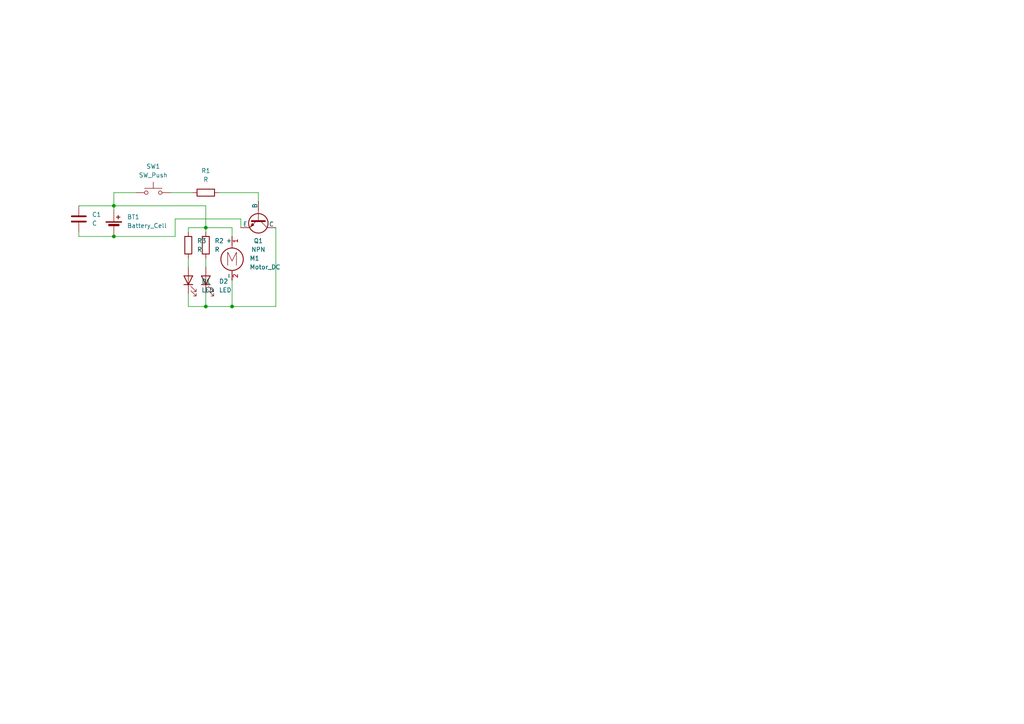
<source format=kicad_sch>
(kicad_sch
	(version 20250114)
	(generator "eeschema")
	(generator_version "9.0")
	(uuid "f8ffc6c6-2ea5-451f-ab89-7de399dc1d6c")
	(paper "A4")
	(lib_symbols
		(symbol "Device:Battery_Cell"
			(pin_numbers
				(hide yes)
			)
			(pin_names
				(offset 0)
				(hide yes)
			)
			(exclude_from_sim no)
			(in_bom yes)
			(on_board yes)
			(property "Reference" "BT"
				(at 2.54 2.54 0)
				(effects
					(font
						(size 1.27 1.27)
					)
					(justify left)
				)
			)
			(property "Value" "Battery_Cell"
				(at 2.54 0 0)
				(effects
					(font
						(size 1.27 1.27)
					)
					(justify left)
				)
			)
			(property "Footprint" ""
				(at 0 1.524 90)
				(effects
					(font
						(size 1.27 1.27)
					)
					(hide yes)
				)
			)
			(property "Datasheet" "~"
				(at 0 1.524 90)
				(effects
					(font
						(size 1.27 1.27)
					)
					(hide yes)
				)
			)
			(property "Description" "Single-cell battery"
				(at 0 0 0)
				(effects
					(font
						(size 1.27 1.27)
					)
					(hide yes)
				)
			)
			(property "ki_keywords" "battery cell"
				(at 0 0 0)
				(effects
					(font
						(size 1.27 1.27)
					)
					(hide yes)
				)
			)
			(symbol "Battery_Cell_0_1"
				(rectangle
					(start -2.286 1.778)
					(end 2.286 1.524)
					(stroke
						(width 0)
						(type default)
					)
					(fill
						(type outline)
					)
				)
				(rectangle
					(start -1.524 1.016)
					(end 1.524 0.508)
					(stroke
						(width 0)
						(type default)
					)
					(fill
						(type outline)
					)
				)
				(polyline
					(pts
						(xy 0 1.778) (xy 0 2.54)
					)
					(stroke
						(width 0)
						(type default)
					)
					(fill
						(type none)
					)
				)
				(polyline
					(pts
						(xy 0 0.762) (xy 0 0)
					)
					(stroke
						(width 0)
						(type default)
					)
					(fill
						(type none)
					)
				)
				(polyline
					(pts
						(xy 0.762 3.048) (xy 1.778 3.048)
					)
					(stroke
						(width 0.254)
						(type default)
					)
					(fill
						(type none)
					)
				)
				(polyline
					(pts
						(xy 1.27 3.556) (xy 1.27 2.54)
					)
					(stroke
						(width 0.254)
						(type default)
					)
					(fill
						(type none)
					)
				)
			)
			(symbol "Battery_Cell_1_1"
				(pin passive line
					(at 0 5.08 270)
					(length 2.54)
					(name "+"
						(effects
							(font
								(size 1.27 1.27)
							)
						)
					)
					(number "1"
						(effects
							(font
								(size 1.27 1.27)
							)
						)
					)
				)
				(pin passive line
					(at 0 -2.54 90)
					(length 2.54)
					(name "-"
						(effects
							(font
								(size 1.27 1.27)
							)
						)
					)
					(number "2"
						(effects
							(font
								(size 1.27 1.27)
							)
						)
					)
				)
			)
			(embedded_fonts no)
		)
		(symbol "Device:C"
			(pin_numbers
				(hide yes)
			)
			(pin_names
				(offset 0.254)
			)
			(exclude_from_sim no)
			(in_bom yes)
			(on_board yes)
			(property "Reference" "C"
				(at 0.635 2.54 0)
				(effects
					(font
						(size 1.27 1.27)
					)
					(justify left)
				)
			)
			(property "Value" "C"
				(at 0.635 -2.54 0)
				(effects
					(font
						(size 1.27 1.27)
					)
					(justify left)
				)
			)
			(property "Footprint" ""
				(at 0.9652 -3.81 0)
				(effects
					(font
						(size 1.27 1.27)
					)
					(hide yes)
				)
			)
			(property "Datasheet" "~"
				(at 0 0 0)
				(effects
					(font
						(size 1.27 1.27)
					)
					(hide yes)
				)
			)
			(property "Description" "Unpolarized capacitor"
				(at 0 0 0)
				(effects
					(font
						(size 1.27 1.27)
					)
					(hide yes)
				)
			)
			(property "ki_keywords" "cap capacitor"
				(at 0 0 0)
				(effects
					(font
						(size 1.27 1.27)
					)
					(hide yes)
				)
			)
			(property "ki_fp_filters" "C_*"
				(at 0 0 0)
				(effects
					(font
						(size 1.27 1.27)
					)
					(hide yes)
				)
			)
			(symbol "C_0_1"
				(polyline
					(pts
						(xy -2.032 0.762) (xy 2.032 0.762)
					)
					(stroke
						(width 0.508)
						(type default)
					)
					(fill
						(type none)
					)
				)
				(polyline
					(pts
						(xy -2.032 -0.762) (xy 2.032 -0.762)
					)
					(stroke
						(width 0.508)
						(type default)
					)
					(fill
						(type none)
					)
				)
			)
			(symbol "C_1_1"
				(pin passive line
					(at 0 3.81 270)
					(length 2.794)
					(name "~"
						(effects
							(font
								(size 1.27 1.27)
							)
						)
					)
					(number "1"
						(effects
							(font
								(size 1.27 1.27)
							)
						)
					)
				)
				(pin passive line
					(at 0 -3.81 90)
					(length 2.794)
					(name "~"
						(effects
							(font
								(size 1.27 1.27)
							)
						)
					)
					(number "2"
						(effects
							(font
								(size 1.27 1.27)
							)
						)
					)
				)
			)
			(embedded_fonts no)
		)
		(symbol "Device:LED"
			(pin_numbers
				(hide yes)
			)
			(pin_names
				(offset 1.016)
				(hide yes)
			)
			(exclude_from_sim no)
			(in_bom yes)
			(on_board yes)
			(property "Reference" "D"
				(at 0 2.54 0)
				(effects
					(font
						(size 1.27 1.27)
					)
				)
			)
			(property "Value" "LED"
				(at 0 -2.54 0)
				(effects
					(font
						(size 1.27 1.27)
					)
				)
			)
			(property "Footprint" ""
				(at 0 0 0)
				(effects
					(font
						(size 1.27 1.27)
					)
					(hide yes)
				)
			)
			(property "Datasheet" "~"
				(at 0 0 0)
				(effects
					(font
						(size 1.27 1.27)
					)
					(hide yes)
				)
			)
			(property "Description" "Light emitting diode"
				(at 0 0 0)
				(effects
					(font
						(size 1.27 1.27)
					)
					(hide yes)
				)
			)
			(property "Sim.Pins" "1=K 2=A"
				(at 0 0 0)
				(effects
					(font
						(size 1.27 1.27)
					)
					(hide yes)
				)
			)
			(property "ki_keywords" "LED diode"
				(at 0 0 0)
				(effects
					(font
						(size 1.27 1.27)
					)
					(hide yes)
				)
			)
			(property "ki_fp_filters" "LED* LED_SMD:* LED_THT:*"
				(at 0 0 0)
				(effects
					(font
						(size 1.27 1.27)
					)
					(hide yes)
				)
			)
			(symbol "LED_0_1"
				(polyline
					(pts
						(xy -3.048 -0.762) (xy -4.572 -2.286) (xy -3.81 -2.286) (xy -4.572 -2.286) (xy -4.572 -1.524)
					)
					(stroke
						(width 0)
						(type default)
					)
					(fill
						(type none)
					)
				)
				(polyline
					(pts
						(xy -1.778 -0.762) (xy -3.302 -2.286) (xy -2.54 -2.286) (xy -3.302 -2.286) (xy -3.302 -1.524)
					)
					(stroke
						(width 0)
						(type default)
					)
					(fill
						(type none)
					)
				)
				(polyline
					(pts
						(xy -1.27 0) (xy 1.27 0)
					)
					(stroke
						(width 0)
						(type default)
					)
					(fill
						(type none)
					)
				)
				(polyline
					(pts
						(xy -1.27 -1.27) (xy -1.27 1.27)
					)
					(stroke
						(width 0.254)
						(type default)
					)
					(fill
						(type none)
					)
				)
				(polyline
					(pts
						(xy 1.27 -1.27) (xy 1.27 1.27) (xy -1.27 0) (xy 1.27 -1.27)
					)
					(stroke
						(width 0.254)
						(type default)
					)
					(fill
						(type none)
					)
				)
			)
			(symbol "LED_1_1"
				(pin passive line
					(at -3.81 0 0)
					(length 2.54)
					(name "K"
						(effects
							(font
								(size 1.27 1.27)
							)
						)
					)
					(number "1"
						(effects
							(font
								(size 1.27 1.27)
							)
						)
					)
				)
				(pin passive line
					(at 3.81 0 180)
					(length 2.54)
					(name "A"
						(effects
							(font
								(size 1.27 1.27)
							)
						)
					)
					(number "2"
						(effects
							(font
								(size 1.27 1.27)
							)
						)
					)
				)
			)
			(embedded_fonts no)
		)
		(symbol "Device:R"
			(pin_numbers
				(hide yes)
			)
			(pin_names
				(offset 0)
			)
			(exclude_from_sim no)
			(in_bom yes)
			(on_board yes)
			(property "Reference" "R"
				(at 2.032 0 90)
				(effects
					(font
						(size 1.27 1.27)
					)
				)
			)
			(property "Value" "R"
				(at 0 0 90)
				(effects
					(font
						(size 1.27 1.27)
					)
				)
			)
			(property "Footprint" ""
				(at -1.778 0 90)
				(effects
					(font
						(size 1.27 1.27)
					)
					(hide yes)
				)
			)
			(property "Datasheet" "~"
				(at 0 0 0)
				(effects
					(font
						(size 1.27 1.27)
					)
					(hide yes)
				)
			)
			(property "Description" "Resistor"
				(at 0 0 0)
				(effects
					(font
						(size 1.27 1.27)
					)
					(hide yes)
				)
			)
			(property "ki_keywords" "R res resistor"
				(at 0 0 0)
				(effects
					(font
						(size 1.27 1.27)
					)
					(hide yes)
				)
			)
			(property "ki_fp_filters" "R_*"
				(at 0 0 0)
				(effects
					(font
						(size 1.27 1.27)
					)
					(hide yes)
				)
			)
			(symbol "R_0_1"
				(rectangle
					(start -1.016 -2.54)
					(end 1.016 2.54)
					(stroke
						(width 0.254)
						(type default)
					)
					(fill
						(type none)
					)
				)
			)
			(symbol "R_1_1"
				(pin passive line
					(at 0 3.81 270)
					(length 1.27)
					(name "~"
						(effects
							(font
								(size 1.27 1.27)
							)
						)
					)
					(number "1"
						(effects
							(font
								(size 1.27 1.27)
							)
						)
					)
				)
				(pin passive line
					(at 0 -3.81 90)
					(length 1.27)
					(name "~"
						(effects
							(font
								(size 1.27 1.27)
							)
						)
					)
					(number "2"
						(effects
							(font
								(size 1.27 1.27)
							)
						)
					)
				)
			)
			(embedded_fonts no)
		)
		(symbol "Motor:Motor_DC"
			(pin_names
				(offset 0)
			)
			(exclude_from_sim no)
			(in_bom yes)
			(on_board yes)
			(property "Reference" "M"
				(at 2.54 2.54 0)
				(effects
					(font
						(size 1.27 1.27)
					)
					(justify left)
				)
			)
			(property "Value" "Motor_DC"
				(at 2.54 -5.08 0)
				(effects
					(font
						(size 1.27 1.27)
					)
					(justify left top)
				)
			)
			(property "Footprint" ""
				(at 0 -2.286 0)
				(effects
					(font
						(size 1.27 1.27)
					)
					(hide yes)
				)
			)
			(property "Datasheet" "~"
				(at 0 -2.286 0)
				(effects
					(font
						(size 1.27 1.27)
					)
					(hide yes)
				)
			)
			(property "Description" "DC Motor"
				(at 0 0 0)
				(effects
					(font
						(size 1.27 1.27)
					)
					(hide yes)
				)
			)
			(property "ki_keywords" "DC Motor"
				(at 0 0 0)
				(effects
					(font
						(size 1.27 1.27)
					)
					(hide yes)
				)
			)
			(property "ki_fp_filters" "PinHeader*P2.54mm* TerminalBlock*"
				(at 0 0 0)
				(effects
					(font
						(size 1.27 1.27)
					)
					(hide yes)
				)
			)
			(symbol "Motor_DC_0_0"
				(polyline
					(pts
						(xy -1.27 -3.302) (xy -1.27 0.508) (xy 0 -2.032) (xy 1.27 0.508) (xy 1.27 -3.302)
					)
					(stroke
						(width 0)
						(type default)
					)
					(fill
						(type none)
					)
				)
			)
			(symbol "Motor_DC_0_1"
				(polyline
					(pts
						(xy 0 2.032) (xy 0 2.54)
					)
					(stroke
						(width 0)
						(type default)
					)
					(fill
						(type none)
					)
				)
				(polyline
					(pts
						(xy 0 1.7272) (xy 0 2.0828)
					)
					(stroke
						(width 0)
						(type default)
					)
					(fill
						(type none)
					)
				)
				(circle
					(center 0 -1.524)
					(radius 3.2512)
					(stroke
						(width 0.254)
						(type default)
					)
					(fill
						(type none)
					)
				)
				(polyline
					(pts
						(xy 0 -4.7752) (xy 0 -5.1816)
					)
					(stroke
						(width 0)
						(type default)
					)
					(fill
						(type none)
					)
				)
				(polyline
					(pts
						(xy 0 -7.62) (xy 0 -7.112)
					)
					(stroke
						(width 0)
						(type default)
					)
					(fill
						(type none)
					)
				)
			)
			(symbol "Motor_DC_1_1"
				(pin passive line
					(at 0 5.08 270)
					(length 2.54)
					(name "+"
						(effects
							(font
								(size 1.27 1.27)
							)
						)
					)
					(number "1"
						(effects
							(font
								(size 1.27 1.27)
							)
						)
					)
				)
				(pin passive line
					(at 0 -7.62 90)
					(length 2.54)
					(name "-"
						(effects
							(font
								(size 1.27 1.27)
							)
						)
					)
					(number "2"
						(effects
							(font
								(size 1.27 1.27)
							)
						)
					)
				)
			)
			(embedded_fonts no)
		)
		(symbol "Simulation_SPICE:NPN"
			(pin_numbers
				(hide yes)
			)
			(pin_names
				(offset 0)
			)
			(exclude_from_sim no)
			(in_bom yes)
			(on_board yes)
			(property "Reference" "Q"
				(at -2.54 7.62 0)
				(effects
					(font
						(size 1.27 1.27)
					)
				)
			)
			(property "Value" "NPN"
				(at -2.54 5.08 0)
				(effects
					(font
						(size 1.27 1.27)
					)
				)
			)
			(property "Footprint" ""
				(at 63.5 0 0)
				(effects
					(font
						(size 1.27 1.27)
					)
					(hide yes)
				)
			)
			(property "Datasheet" "https://ngspice.sourceforge.io/docs/ngspice-html-manual/manual.xhtml#cha_BJTs"
				(at 63.5 0 0)
				(effects
					(font
						(size 1.27 1.27)
					)
					(hide yes)
				)
			)
			(property "Description" "Bipolar transistor symbol for simulation only, substrate tied to the emitter"
				(at 0 0 0)
				(effects
					(font
						(size 1.27 1.27)
					)
					(hide yes)
				)
			)
			(property "Sim.Device" "NPN"
				(at 0 0 0)
				(effects
					(font
						(size 1.27 1.27)
					)
					(hide yes)
				)
			)
			(property "Sim.Type" "GUMMELPOON"
				(at 0 0 0)
				(effects
					(font
						(size 1.27 1.27)
					)
					(hide yes)
				)
			)
			(property "Sim.Pins" "1=C 2=B 3=E"
				(at 0 0 0)
				(effects
					(font
						(size 1.27 1.27)
					)
					(hide yes)
				)
			)
			(property "ki_keywords" "simulation"
				(at 0 0 0)
				(effects
					(font
						(size 1.27 1.27)
					)
					(hide yes)
				)
			)
			(symbol "NPN_0_1"
				(polyline
					(pts
						(xy -2.54 0) (xy 0.635 0)
					)
					(stroke
						(width 0.1524)
						(type default)
					)
					(fill
						(type none)
					)
				)
				(polyline
					(pts
						(xy 0.635 1.905) (xy 0.635 -1.905) (xy 0.635 -1.905)
					)
					(stroke
						(width 0.508)
						(type default)
					)
					(fill
						(type none)
					)
				)
				(polyline
					(pts
						(xy 0.635 0.635) (xy 2.54 2.54)
					)
					(stroke
						(width 0)
						(type default)
					)
					(fill
						(type none)
					)
				)
				(polyline
					(pts
						(xy 0.635 -0.635) (xy 2.54 -2.54) (xy 2.54 -2.54)
					)
					(stroke
						(width 0)
						(type default)
					)
					(fill
						(type none)
					)
				)
				(circle
					(center 1.27 0)
					(radius 2.8194)
					(stroke
						(width 0.254)
						(type default)
					)
					(fill
						(type none)
					)
				)
				(polyline
					(pts
						(xy 1.27 -1.778) (xy 1.778 -1.27) (xy 2.286 -2.286) (xy 1.27 -1.778) (xy 1.27 -1.778)
					)
					(stroke
						(width 0)
						(type default)
					)
					(fill
						(type outline)
					)
				)
				(polyline
					(pts
						(xy 2.794 -1.27) (xy 2.794 -1.27)
					)
					(stroke
						(width 0.1524)
						(type default)
					)
					(fill
						(type none)
					)
				)
				(polyline
					(pts
						(xy 2.794 -1.27) (xy 2.794 -1.27)
					)
					(stroke
						(width 0.1524)
						(type default)
					)
					(fill
						(type none)
					)
				)
			)
			(symbol "NPN_1_1"
				(pin input line
					(at -5.08 0 0)
					(length 2.54)
					(name "B"
						(effects
							(font
								(size 1.27 1.27)
							)
						)
					)
					(number "2"
						(effects
							(font
								(size 1.27 1.27)
							)
						)
					)
				)
				(pin open_collector line
					(at 2.54 5.08 270)
					(length 2.54)
					(name "C"
						(effects
							(font
								(size 1.27 1.27)
							)
						)
					)
					(number "1"
						(effects
							(font
								(size 1.27 1.27)
							)
						)
					)
				)
				(pin open_emitter line
					(at 2.54 -5.08 90)
					(length 2.54)
					(name "E"
						(effects
							(font
								(size 1.27 1.27)
							)
						)
					)
					(number "3"
						(effects
							(font
								(size 1.27 1.27)
							)
						)
					)
				)
			)
			(embedded_fonts no)
		)
		(symbol "Switch:SW_Push"
			(pin_numbers
				(hide yes)
			)
			(pin_names
				(offset 1.016)
				(hide yes)
			)
			(exclude_from_sim no)
			(in_bom yes)
			(on_board yes)
			(property "Reference" "SW"
				(at 1.27 2.54 0)
				(effects
					(font
						(size 1.27 1.27)
					)
					(justify left)
				)
			)
			(property "Value" "SW_Push"
				(at 0 -1.524 0)
				(effects
					(font
						(size 1.27 1.27)
					)
				)
			)
			(property "Footprint" ""
				(at 0 5.08 0)
				(effects
					(font
						(size 1.27 1.27)
					)
					(hide yes)
				)
			)
			(property "Datasheet" "~"
				(at 0 5.08 0)
				(effects
					(font
						(size 1.27 1.27)
					)
					(hide yes)
				)
			)
			(property "Description" "Push button switch, generic, two pins"
				(at 0 0 0)
				(effects
					(font
						(size 1.27 1.27)
					)
					(hide yes)
				)
			)
			(property "ki_keywords" "switch normally-open pushbutton push-button"
				(at 0 0 0)
				(effects
					(font
						(size 1.27 1.27)
					)
					(hide yes)
				)
			)
			(symbol "SW_Push_0_1"
				(circle
					(center -2.032 0)
					(radius 0.508)
					(stroke
						(width 0)
						(type default)
					)
					(fill
						(type none)
					)
				)
				(polyline
					(pts
						(xy 0 1.27) (xy 0 3.048)
					)
					(stroke
						(width 0)
						(type default)
					)
					(fill
						(type none)
					)
				)
				(circle
					(center 2.032 0)
					(radius 0.508)
					(stroke
						(width 0)
						(type default)
					)
					(fill
						(type none)
					)
				)
				(polyline
					(pts
						(xy 2.54 1.27) (xy -2.54 1.27)
					)
					(stroke
						(width 0)
						(type default)
					)
					(fill
						(type none)
					)
				)
				(pin passive line
					(at -5.08 0 0)
					(length 2.54)
					(name "1"
						(effects
							(font
								(size 1.27 1.27)
							)
						)
					)
					(number "1"
						(effects
							(font
								(size 1.27 1.27)
							)
						)
					)
				)
				(pin passive line
					(at 5.08 0 180)
					(length 2.54)
					(name "2"
						(effects
							(font
								(size 1.27 1.27)
							)
						)
					)
					(number "2"
						(effects
							(font
								(size 1.27 1.27)
							)
						)
					)
				)
			)
			(embedded_fonts no)
		)
	)
	(junction
		(at 67.31 88.9)
		(diameter 0)
		(color 0 0 0 0)
		(uuid "327766ae-6d07-491f-886a-d3de1d4ea5b6")
	)
	(junction
		(at 59.69 88.9)
		(diameter 0)
		(color 0 0 0 0)
		(uuid "393322d6-4670-409d-8bcc-3a80f3f5712c")
	)
	(junction
		(at 33.02 59.69)
		(diameter 0)
		(color 0 0 0 0)
		(uuid "3a7fdb18-1069-484a-ae0f-79a30c51620c")
	)
	(junction
		(at 59.69 66.04)
		(diameter 0)
		(color 0 0 0 0)
		(uuid "81dc1260-5569-4ae4-9ee6-98cfa6f5769c")
	)
	(junction
		(at 33.02 68.58)
		(diameter 0)
		(color 0 0 0 0)
		(uuid "b6012f18-5105-4ed1-9925-f03df93c8eb4")
	)
	(wire
		(pts
			(xy 50.8 68.58) (xy 50.8 63.5)
		)
		(stroke
			(width 0)
			(type default)
		)
		(uuid "0a2ab267-1517-4edb-9e8a-d0b335e07afa")
	)
	(wire
		(pts
			(xy 80.01 66.04) (xy 80.01 88.9)
		)
		(stroke
			(width 0)
			(type default)
		)
		(uuid "0e60286e-0260-42ed-bfab-55dd1862bda2")
	)
	(wire
		(pts
			(xy 50.8 63.5) (xy 69.85 63.5)
		)
		(stroke
			(width 0)
			(type default)
		)
		(uuid "32666f21-897d-4db8-bf38-4eb679cc1295")
	)
	(wire
		(pts
			(xy 69.85 66.04) (xy 69.85 63.5)
		)
		(stroke
			(width 0)
			(type default)
		)
		(uuid "383e47ce-edf2-4e48-926e-7e2f95fe6d23")
	)
	(wire
		(pts
			(xy 54.61 74.93) (xy 54.61 77.47)
		)
		(stroke
			(width 0)
			(type default)
		)
		(uuid "3a965108-dde0-43ed-93d9-8545310c6211")
	)
	(wire
		(pts
			(xy 39.37 55.88) (xy 33.02 55.88)
		)
		(stroke
			(width 0)
			(type default)
		)
		(uuid "42fc2a35-de42-4c9b-a4ca-b7670ee2320f")
	)
	(wire
		(pts
			(xy 59.69 66.04) (xy 54.61 66.04)
		)
		(stroke
			(width 0)
			(type default)
		)
		(uuid "4404dd58-3333-47a8-9864-864f65a3964a")
	)
	(wire
		(pts
			(xy 22.86 59.69) (xy 33.02 59.69)
		)
		(stroke
			(width 0)
			(type default)
		)
		(uuid "498dcbab-302c-4380-8f0b-439f6d4c51ef")
	)
	(wire
		(pts
			(xy 49.53 55.88) (xy 55.88 55.88)
		)
		(stroke
			(width 0)
			(type default)
		)
		(uuid "4a4c61e3-2aa8-4700-bff8-a3d60485d08a")
	)
	(wire
		(pts
			(xy 59.69 67.31) (xy 59.69 66.04)
		)
		(stroke
			(width 0)
			(type default)
		)
		(uuid "4c3dec9a-897e-43b9-bdc9-256c41512b17")
	)
	(wire
		(pts
			(xy 59.69 59.69) (xy 59.69 66.04)
		)
		(stroke
			(width 0)
			(type default)
		)
		(uuid "529230c6-3611-4566-83dd-ab0c0cc593cb")
	)
	(wire
		(pts
			(xy 33.02 55.88) (xy 33.02 59.69)
		)
		(stroke
			(width 0)
			(type default)
		)
		(uuid "5c5ccef6-37ba-4bad-b3b0-281fdd34f862")
	)
	(wire
		(pts
			(xy 33.02 68.58) (xy 50.8 68.58)
		)
		(stroke
			(width 0)
			(type default)
		)
		(uuid "630ed7a8-2b4d-44d2-9414-201fdc1dede6")
	)
	(wire
		(pts
			(xy 59.69 85.09) (xy 59.69 88.9)
		)
		(stroke
			(width 0)
			(type default)
		)
		(uuid "64c0ef52-e56c-40af-aa61-1a9baf5816c5")
	)
	(wire
		(pts
			(xy 59.69 88.9) (xy 67.31 88.9)
		)
		(stroke
			(width 0)
			(type default)
		)
		(uuid "6b8c8c9c-9a40-49b7-a914-f2690833b09c")
	)
	(wire
		(pts
			(xy 33.02 59.69) (xy 33.02 60.96)
		)
		(stroke
			(width 0)
			(type default)
		)
		(uuid "80f3e4a1-c7f4-4f76-a001-143a9fc50eb8")
	)
	(wire
		(pts
			(xy 67.31 81.28) (xy 67.31 88.9)
		)
		(stroke
			(width 0)
			(type default)
		)
		(uuid "8640ec93-b796-4310-871e-1a0533130a1a")
	)
	(wire
		(pts
			(xy 67.31 66.04) (xy 67.31 68.58)
		)
		(stroke
			(width 0)
			(type default)
		)
		(uuid "8b63ce6c-5a78-4af9-88b2-0e374dd0cf15")
	)
	(wire
		(pts
			(xy 74.93 55.88) (xy 74.93 58.42)
		)
		(stroke
			(width 0)
			(type default)
		)
		(uuid "906300e8-8a85-454a-be1e-a0404b876c0c")
	)
	(wire
		(pts
			(xy 59.69 74.93) (xy 59.69 77.47)
		)
		(stroke
			(width 0)
			(type default)
		)
		(uuid "a469c58b-efdb-4afd-8bb5-1a3021f91a7c")
	)
	(wire
		(pts
			(xy 54.61 88.9) (xy 59.69 88.9)
		)
		(stroke
			(width 0)
			(type default)
		)
		(uuid "a4956a88-b6d8-41b7-a6e6-75e44d7a9c83")
	)
	(wire
		(pts
			(xy 67.31 88.9) (xy 80.01 88.9)
		)
		(stroke
			(width 0)
			(type default)
		)
		(uuid "a95b1d90-b886-4e4a-9e54-40ab194c5a6c")
	)
	(wire
		(pts
			(xy 54.61 85.09) (xy 54.61 88.9)
		)
		(stroke
			(width 0)
			(type default)
		)
		(uuid "c4736cd1-a27d-44c0-9da1-74aa8578db67")
	)
	(wire
		(pts
			(xy 22.86 68.58) (xy 33.02 68.58)
		)
		(stroke
			(width 0)
			(type default)
		)
		(uuid "dc0ed72d-08d9-42c0-b008-2c88239457cb")
	)
	(wire
		(pts
			(xy 33.02 59.69) (xy 59.69 59.69)
		)
		(stroke
			(width 0)
			(type default)
		)
		(uuid "dd90d07c-abd3-40e1-9241-1b51916828e3")
	)
	(wire
		(pts
			(xy 22.86 67.31) (xy 22.86 68.58)
		)
		(stroke
			(width 0)
			(type default)
		)
		(uuid "e1218f9b-2c50-4f7b-b206-2a89e780fe80")
	)
	(wire
		(pts
			(xy 59.69 66.04) (xy 67.31 66.04)
		)
		(stroke
			(width 0)
			(type default)
		)
		(uuid "e2676c69-3a99-47dd-b05f-c75671baa24d")
	)
	(wire
		(pts
			(xy 54.61 66.04) (xy 54.61 67.31)
		)
		(stroke
			(width 0)
			(type default)
		)
		(uuid "f66d8c19-dedf-468a-afb3-b532aed58347")
	)
	(wire
		(pts
			(xy 63.5 55.88) (xy 74.93 55.88)
		)
		(stroke
			(width 0)
			(type default)
		)
		(uuid "fe78b581-568e-49ab-9e67-4e49ab0f55a5")
	)
	(symbol
		(lib_id "Switch:SW_Push")
		(at 44.45 55.88 0)
		(unit 1)
		(exclude_from_sim no)
		(in_bom yes)
		(on_board yes)
		(dnp no)
		(uuid "074417d9-0289-433a-8e38-0f3d49b8d866")
		(property "Reference" "SW1"
			(at 44.45 48.26 0)
			(effects
				(font
					(size 1.27 1.27)
				)
			)
		)
		(property "Value" "SW_Push"
			(at 44.45 50.8 0)
			(effects
				(font
					(size 1.27 1.27)
				)
			)
		)
		(property "Footprint" "Button_Switch_THT:SW_PUSH_6mm"
			(at 44.45 50.8 0)
			(effects
				(font
					(size 1.27 1.27)
				)
				(hide yes)
			)
		)
		(property "Datasheet" "~"
			(at 44.45 50.8 0)
			(effects
				(font
					(size 1.27 1.27)
				)
				(hide yes)
			)
		)
		(property "Description" "Push button switch, generic, two pins"
			(at 44.45 55.88 0)
			(effects
				(font
					(size 1.27 1.27)
				)
				(hide yes)
			)
		)
		(pin "1"
			(uuid "34bef573-43c0-4b75-919e-37dadfaa7911")
		)
		(pin "2"
			(uuid "c6de43d3-5ec8-4d4a-8c87-a40e22b25a86")
		)
		(instances
			(project ""
				(path "/f8ffc6c6-2ea5-451f-ab89-7de399dc1d6c"
					(reference "SW1")
					(unit 1)
				)
			)
		)
	)
	(symbol
		(lib_id "Device:Battery_Cell")
		(at 33.02 66.04 0)
		(unit 1)
		(exclude_from_sim no)
		(in_bom yes)
		(on_board yes)
		(dnp no)
		(fields_autoplaced yes)
		(uuid "14317ba7-6950-4e62-80b9-1c1eb8b901f4")
		(property "Reference" "BT1"
			(at 36.83 62.9284 0)
			(effects
				(font
					(size 1.27 1.27)
				)
				(justify left)
			)
		)
		(property "Value" "Battery_Cell"
			(at 36.83 65.4684 0)
			(effects
				(font
					(size 1.27 1.27)
				)
				(justify left)
			)
		)
		(property "Footprint" "Battery:BatteryHolder_Keystone_3034_1x20mm"
			(at 33.02 64.516 90)
			(effects
				(font
					(size 1.27 1.27)
				)
				(hide yes)
			)
		)
		(property "Datasheet" "~"
			(at 33.02 64.516 90)
			(effects
				(font
					(size 1.27 1.27)
				)
				(hide yes)
			)
		)
		(property "Description" "Single-cell battery"
			(at 33.02 66.04 0)
			(effects
				(font
					(size 1.27 1.27)
				)
				(hide yes)
			)
		)
		(pin "2"
			(uuid "a331b311-4972-4c44-b17b-f546f9ca3eab")
		)
		(pin "1"
			(uuid "5447c60c-7235-467e-bcba-61514fdc1c62")
		)
		(instances
			(project ""
				(path "/f8ffc6c6-2ea5-451f-ab89-7de399dc1d6c"
					(reference "BT1")
					(unit 1)
				)
			)
		)
	)
	(symbol
		(lib_id "Device:R")
		(at 59.69 71.12 0)
		(unit 1)
		(exclude_from_sim no)
		(in_bom yes)
		(on_board yes)
		(dnp no)
		(fields_autoplaced yes)
		(uuid "41c63621-cca6-452e-9a21-0e7dedd11cdf")
		(property "Reference" "R2"
			(at 62.23 69.8499 0)
			(effects
				(font
					(size 1.27 1.27)
				)
				(justify left)
			)
		)
		(property "Value" "R"
			(at 62.23 72.3899 0)
			(effects
				(font
					(size 1.27 1.27)
				)
				(justify left)
			)
		)
		(property "Footprint" "Resistor_THT:R_Axial_DIN0207_L6.3mm_D2.5mm_P7.62mm_Horizontal"
			(at 57.912 71.12 90)
			(effects
				(font
					(size 1.27 1.27)
				)
				(hide yes)
			)
		)
		(property "Datasheet" "~"
			(at 59.69 71.12 0)
			(effects
				(font
					(size 1.27 1.27)
				)
				(hide yes)
			)
		)
		(property "Description" "Resistor"
			(at 59.69 71.12 0)
			(effects
				(font
					(size 1.27 1.27)
				)
				(hide yes)
			)
		)
		(pin "2"
			(uuid "29df5e49-3a61-4ca3-88b2-77447c13a5fd")
		)
		(pin "1"
			(uuid "7fda9b0a-7f6a-42ea-89ab-a86bdf73181b")
		)
		(instances
			(project ""
				(path "/f8ffc6c6-2ea5-451f-ab89-7de399dc1d6c"
					(reference "R2")
					(unit 1)
				)
			)
		)
	)
	(symbol
		(lib_id "Device:LED")
		(at 59.69 81.28 90)
		(unit 1)
		(exclude_from_sim no)
		(in_bom yes)
		(on_board yes)
		(dnp no)
		(fields_autoplaced yes)
		(uuid "4cb7a19f-f03a-4297-b217-b9c0f805bc29")
		(property "Reference" "D2"
			(at 63.5 81.5974 90)
			(effects
				(font
					(size 1.27 1.27)
				)
				(justify right)
			)
		)
		(property "Value" "LED"
			(at 63.5 84.1374 90)
			(effects
				(font
					(size 1.27 1.27)
				)
				(justify right)
			)
		)
		(property "Footprint" "LED_THT:LED_D5.0mm"
			(at 59.69 81.28 0)
			(effects
				(font
					(size 1.27 1.27)
				)
				(hide yes)
			)
		)
		(property "Datasheet" "~"
			(at 59.69 81.28 0)
			(effects
				(font
					(size 1.27 1.27)
				)
				(hide yes)
			)
		)
		(property "Description" "Light emitting diode"
			(at 59.69 81.28 0)
			(effects
				(font
					(size 1.27 1.27)
				)
				(hide yes)
			)
		)
		(property "Sim.Pins" "1=K 2=A"
			(at 59.69 81.28 0)
			(effects
				(font
					(size 1.27 1.27)
				)
				(hide yes)
			)
		)
		(pin "1"
			(uuid "d47f58bd-0213-4e07-b81a-bca78547ec13")
		)
		(pin "2"
			(uuid "59dfe30f-34b0-4226-bf3e-9696a44ffa30")
		)
		(instances
			(project ""
				(path "/f8ffc6c6-2ea5-451f-ab89-7de399dc1d6c"
					(reference "D2")
					(unit 1)
				)
			)
		)
	)
	(symbol
		(lib_id "Simulation_SPICE:NPN")
		(at 74.93 63.5 270)
		(unit 1)
		(exclude_from_sim no)
		(in_bom yes)
		(on_board yes)
		(dnp no)
		(fields_autoplaced yes)
		(uuid "65cc7ad2-f867-4d45-b8b5-361746b2ec74")
		(property "Reference" "Q1"
			(at 74.93 69.85 90)
			(effects
				(font
					(size 1.27 1.27)
				)
			)
		)
		(property "Value" "NPN"
			(at 74.93 72.39 90)
			(effects
				(font
					(size 1.27 1.27)
				)
			)
		)
		(property "Footprint" "Package_TO_SOT_THT:TO-92L_HandSolder"
			(at 74.93 127 0)
			(effects
				(font
					(size 1.27 1.27)
				)
				(hide yes)
			)
		)
		(property "Datasheet" "https://ngspice.sourceforge.io/docs/ngspice-html-manual/manual.xhtml#cha_BJTs"
			(at 74.93 127 0)
			(effects
				(font
					(size 1.27 1.27)
				)
				(hide yes)
			)
		)
		(property "Description" "Bipolar transistor symbol for simulation only, substrate tied to the emitter"
			(at 74.93 63.5 0)
			(effects
				(font
					(size 1.27 1.27)
				)
				(hide yes)
			)
		)
		(property "Sim.Device" "NPN"
			(at 74.93 63.5 0)
			(effects
				(font
					(size 1.27 1.27)
				)
				(hide yes)
			)
		)
		(property "Sim.Type" "GUMMELPOON"
			(at 74.93 63.5 0)
			(effects
				(font
					(size 1.27 1.27)
				)
				(hide yes)
			)
		)
		(property "Sim.Pins" "1=C 2=B 3=E"
			(at 74.93 63.5 0)
			(effects
				(font
					(size 1.27 1.27)
				)
				(hide yes)
			)
		)
		(pin "1"
			(uuid "cc6cbf16-0cc6-41b5-83c1-f62d5d66c2a4")
		)
		(pin "2"
			(uuid "b310195d-fa5f-42ad-97d6-b677b84ddea3")
		)
		(pin "3"
			(uuid "93803b47-08f2-4787-9c6c-707504fe3b84")
		)
		(instances
			(project ""
				(path "/f8ffc6c6-2ea5-451f-ab89-7de399dc1d6c"
					(reference "Q1")
					(unit 1)
				)
			)
		)
	)
	(symbol
		(lib_id "Motor:Motor_DC")
		(at 67.31 73.66 0)
		(unit 1)
		(exclude_from_sim no)
		(in_bom yes)
		(on_board yes)
		(dnp no)
		(fields_autoplaced yes)
		(uuid "6cd0b7d9-6941-4eb5-b1f3-d9e289302915")
		(property "Reference" "M1"
			(at 72.39 74.9299 0)
			(effects
				(font
					(size 1.27 1.27)
				)
				(justify left)
			)
		)
		(property "Value" "Motor_DC"
			(at 72.39 77.4699 0)
			(effects
				(font
					(size 1.27 1.27)
				)
				(justify left)
			)
		)
		(property "Footprint" "Connector_PinHeader_2.54mm:PinHeader_1x02_P2.54mm_Vertical"
			(at 67.31 75.946 0)
			(effects
				(font
					(size 1.27 1.27)
				)
				(hide yes)
			)
		)
		(property "Datasheet" "~"
			(at 67.31 75.946 0)
			(effects
				(font
					(size 1.27 1.27)
				)
				(hide yes)
			)
		)
		(property "Description" "DC Motor"
			(at 67.31 73.66 0)
			(effects
				(font
					(size 1.27 1.27)
				)
				(hide yes)
			)
		)
		(pin "2"
			(uuid "408ac3dd-9eb4-4cb9-889d-f32f0c52839f")
		)
		(pin "1"
			(uuid "80654b25-088c-43a9-9055-abf188e79c6a")
		)
		(instances
			(project ""
				(path "/f8ffc6c6-2ea5-451f-ab89-7de399dc1d6c"
					(reference "M1")
					(unit 1)
				)
			)
		)
	)
	(symbol
		(lib_id "Device:R")
		(at 59.69 55.88 90)
		(unit 1)
		(exclude_from_sim no)
		(in_bom yes)
		(on_board yes)
		(dnp no)
		(fields_autoplaced yes)
		(uuid "7718f1d5-e1aa-470d-ad41-e19802557d95")
		(property "Reference" "R1"
			(at 59.69 49.53 90)
			(effects
				(font
					(size 1.27 1.27)
				)
			)
		)
		(property "Value" "R"
			(at 59.69 52.07 90)
			(effects
				(font
					(size 1.27 1.27)
				)
			)
		)
		(property "Footprint" "Resistor_THT:R_Axial_DIN0207_L6.3mm_D2.5mm_P7.62mm_Horizontal"
			(at 59.69 57.658 90)
			(effects
				(font
					(size 1.27 1.27)
				)
				(hide yes)
			)
		)
		(property "Datasheet" "~"
			(at 59.69 55.88 0)
			(effects
				(font
					(size 1.27 1.27)
				)
				(hide yes)
			)
		)
		(property "Description" "Resistor"
			(at 59.69 55.88 0)
			(effects
				(font
					(size 1.27 1.27)
				)
				(hide yes)
			)
		)
		(pin "2"
			(uuid "795b7d50-63e6-4f13-96ce-b13529809cef")
		)
		(pin "1"
			(uuid "708e1ab2-841a-47cf-b0ee-2f474f53c5d8")
		)
		(instances
			(project ""
				(path "/f8ffc6c6-2ea5-451f-ab89-7de399dc1d6c"
					(reference "R1")
					(unit 1)
				)
			)
		)
	)
	(symbol
		(lib_id "Device:LED")
		(at 54.61 81.28 90)
		(unit 1)
		(exclude_from_sim no)
		(in_bom yes)
		(on_board yes)
		(dnp no)
		(fields_autoplaced yes)
		(uuid "84a22555-0147-4422-bc88-57cf8125f6dd")
		(property "Reference" "D1"
			(at 58.42 81.5974 90)
			(effects
				(font
					(size 1.27 1.27)
				)
				(justify right)
			)
		)
		(property "Value" "LED"
			(at 58.42 84.1374 90)
			(effects
				(font
					(size 1.27 1.27)
				)
				(justify right)
			)
		)
		(property "Footprint" "LED_THT:LED_D5.0mm"
			(at 54.61 81.28 0)
			(effects
				(font
					(size 1.27 1.27)
				)
				(hide yes)
			)
		)
		(property "Datasheet" "~"
			(at 54.61 81.28 0)
			(effects
				(font
					(size 1.27 1.27)
				)
				(hide yes)
			)
		)
		(property "Description" "Light emitting diode"
			(at 54.61 81.28 0)
			(effects
				(font
					(size 1.27 1.27)
				)
				(hide yes)
			)
		)
		(property "Sim.Pins" "1=K 2=A"
			(at 54.61 81.28 0)
			(effects
				(font
					(size 1.27 1.27)
				)
				(hide yes)
			)
		)
		(pin "1"
			(uuid "bb30b91f-1136-4cfb-9f8f-19e509349780")
		)
		(pin "2"
			(uuid "ef94a42f-02d4-4ad4-84ce-567ffe533482")
		)
		(instances
			(project ""
				(path "/f8ffc6c6-2ea5-451f-ab89-7de399dc1d6c"
					(reference "D1")
					(unit 1)
				)
			)
		)
	)
	(symbol
		(lib_id "Device:C")
		(at 22.86 63.5 0)
		(unit 1)
		(exclude_from_sim no)
		(in_bom yes)
		(on_board yes)
		(dnp no)
		(fields_autoplaced yes)
		(uuid "aba520bd-3886-448e-a33a-86172c845572")
		(property "Reference" "C1"
			(at 26.67 62.2299 0)
			(effects
				(font
					(size 1.27 1.27)
				)
				(justify left)
			)
		)
		(property "Value" "C"
			(at 26.67 64.7699 0)
			(effects
				(font
					(size 1.27 1.27)
				)
				(justify left)
			)
		)
		(property "Footprint" "Capacitor_THT:CP_Radial_D8.0mm_P5.00mm"
			(at 23.8252 67.31 0)
			(effects
				(font
					(size 1.27 1.27)
				)
				(hide yes)
			)
		)
		(property "Datasheet" "~"
			(at 22.86 63.5 0)
			(effects
				(font
					(size 1.27 1.27)
				)
				(hide yes)
			)
		)
		(property "Description" "Unpolarized capacitor"
			(at 22.86 63.5 0)
			(effects
				(font
					(size 1.27 1.27)
				)
				(hide yes)
			)
		)
		(pin "1"
			(uuid "38218d5f-2d13-482c-aa85-a703460ffcd5")
		)
		(pin "2"
			(uuid "d811b27f-7a8f-40d3-90b7-fd848e72fd07")
		)
		(instances
			(project ""
				(path "/f8ffc6c6-2ea5-451f-ab89-7de399dc1d6c"
					(reference "C1")
					(unit 1)
				)
			)
		)
	)
	(symbol
		(lib_id "Device:R")
		(at 54.61 71.12 0)
		(unit 1)
		(exclude_from_sim no)
		(in_bom yes)
		(on_board yes)
		(dnp no)
		(fields_autoplaced yes)
		(uuid "f1f89ae2-4346-4c6c-aecd-227a6105a2a2")
		(property "Reference" "R3"
			(at 57.15 69.8499 0)
			(effects
				(font
					(size 1.27 1.27)
				)
				(justify left)
			)
		)
		(property "Value" "R"
			(at 57.15 72.3899 0)
			(effects
				(font
					(size 1.27 1.27)
				)
				(justify left)
			)
		)
		(property "Footprint" "Resistor_THT:R_Axial_DIN0207_L6.3mm_D2.5mm_P7.62mm_Horizontal"
			(at 52.832 71.12 90)
			(effects
				(font
					(size 1.27 1.27)
				)
				(hide yes)
			)
		)
		(property "Datasheet" "~"
			(at 54.61 71.12 0)
			(effects
				(font
					(size 1.27 1.27)
				)
				(hide yes)
			)
		)
		(property "Description" "Resistor"
			(at 54.61 71.12 0)
			(effects
				(font
					(size 1.27 1.27)
				)
				(hide yes)
			)
		)
		(pin "1"
			(uuid "c523972b-0147-4aa1-b767-073584cecba3")
		)
		(pin "2"
			(uuid "955208a8-4c33-411e-9d5a-c79f573ca6d6")
		)
		(instances
			(project ""
				(path "/f8ffc6c6-2ea5-451f-ab89-7de399dc1d6c"
					(reference "R3")
					(unit 1)
				)
			)
		)
	)
	(sheet_instances
		(path "/"
			(page "1")
		)
	)
	(embedded_fonts no)
)

</source>
